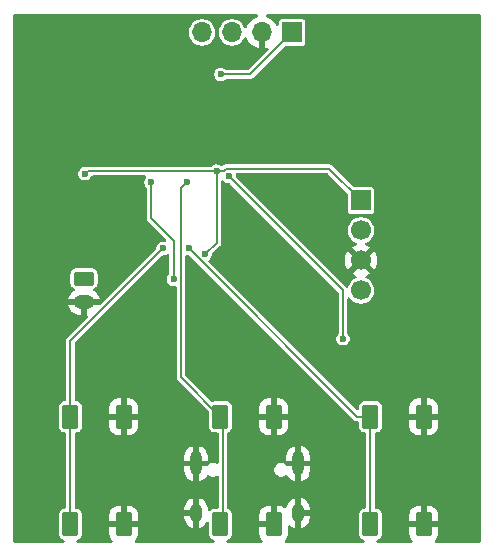
<source format=gbr>
%TF.GenerationSoftware,KiCad,Pcbnew,9.0.3*%
%TF.CreationDate,2025-07-16T11:43:19+02:00*%
%TF.ProjectId,ElbAltm1,456c6241-6c74-46d3-912e-6b696361645f,1.0*%
%TF.SameCoordinates,Original*%
%TF.FileFunction,Copper,L2,Bot*%
%TF.FilePolarity,Positive*%
%FSLAX46Y46*%
G04 Gerber Fmt 4.6, Leading zero omitted, Abs format (unit mm)*
G04 Created by KiCad (PCBNEW 9.0.3) date 2025-07-16 11:43:19*
%MOMM*%
%LPD*%
G01*
G04 APERTURE LIST*
G04 Aperture macros list*
%AMRoundRect*
0 Rectangle with rounded corners*
0 $1 Rounding radius*
0 $2 $3 $4 $5 $6 $7 $8 $9 X,Y pos of 4 corners*
0 Add a 4 corners polygon primitive as box body*
4,1,4,$2,$3,$4,$5,$6,$7,$8,$9,$2,$3,0*
0 Add four circle primitives for the rounded corners*
1,1,$1+$1,$2,$3*
1,1,$1+$1,$4,$5*
1,1,$1+$1,$6,$7*
1,1,$1+$1,$8,$9*
0 Add four rect primitives between the rounded corners*
20,1,$1+$1,$2,$3,$4,$5,0*
20,1,$1+$1,$4,$5,$6,$7,0*
20,1,$1+$1,$6,$7,$8,$9,0*
20,1,$1+$1,$8,$9,$2,$3,0*%
G04 Aperture macros list end*
%TA.AperFunction,ComponentPad*%
%ADD10R,1.700000X1.700000*%
%TD*%
%TA.AperFunction,ComponentPad*%
%ADD11C,1.700000*%
%TD*%
%TA.AperFunction,HeatsinkPad*%
%ADD12O,1.000000X2.100000*%
%TD*%
%TA.AperFunction,HeatsinkPad*%
%ADD13O,1.000000X1.600000*%
%TD*%
%TA.AperFunction,ComponentPad*%
%ADD14RoundRect,0.250000X-0.625000X0.350000X-0.625000X-0.350000X0.625000X-0.350000X0.625000X0.350000X0*%
%TD*%
%TA.AperFunction,ComponentPad*%
%ADD15O,1.750000X1.200000*%
%TD*%
%TA.AperFunction,SMDPad,CuDef*%
%ADD16RoundRect,0.250000X0.450000X-0.800000X0.450000X0.800000X-0.450000X0.800000X-0.450000X-0.800000X0*%
%TD*%
%TA.AperFunction,ComponentPad*%
%ADD17O,1.700000X1.700000*%
%TD*%
%TA.AperFunction,ViaPad*%
%ADD18C,0.600000*%
%TD*%
%TA.AperFunction,Conductor*%
%ADD19C,0.200000*%
%TD*%
G04 APERTURE END LIST*
D10*
%TO.P,J2,1,Pin_1*%
%TO.N,+3V3*%
X159512000Y-93980000D03*
D11*
%TO.P,J2,2,Pin_2*%
%TO.N,SWCLK*%
X159512000Y-96520000D03*
%TO.P,J2,3,Pin_3*%
%TO.N,GND*%
X159512000Y-99060000D03*
%TO.P,J2,4,Pin_4*%
%TO.N,SWDIO*%
X159512000Y-101600000D03*
%TD*%
D12*
%TO.P,J1,S1,SHIELD*%
%TO.N,GND*%
X145540000Y-116250000D03*
D13*
X145540000Y-120430000D03*
D12*
X154180000Y-116250000D03*
D13*
X154180000Y-120430000D03*
%TD*%
D14*
%TO.P,BT1,1,+*%
%TO.N,VBATT*%
X136054000Y-100600000D03*
D15*
%TO.P,BT1,2,-*%
%TO.N,GND*%
X136054000Y-102600000D03*
%TD*%
D16*
%TO.P,SW2,1,1*%
%TO.N,GND*%
X152110000Y-121390000D03*
X152110000Y-112290000D03*
%TO.P,SW2,2,2*%
%TO.N,BUTT2*%
X147610000Y-121390000D03*
X147610000Y-112290000D03*
%TD*%
D10*
%TO.P,U2,1,VCC*%
%TO.N,+3V3*%
X153670000Y-79756000D03*
D17*
%TO.P,U2,2,GND*%
%TO.N,GND*%
X151130000Y-79756000D03*
%TO.P,U2,3,SCK*%
%TO.N,SCL1*%
X148590000Y-79756000D03*
%TO.P,U2,4,SDA*%
%TO.N,SDA1*%
X146050000Y-79756000D03*
%TD*%
D16*
%TO.P,SW3,1,1*%
%TO.N,GND*%
X139410000Y-121390000D03*
X139410000Y-112290000D03*
%TO.P,SW3,2,2*%
%TO.N,BUTT3*%
X134910000Y-121390000D03*
X134910000Y-112290000D03*
%TD*%
%TO.P,SW1,1,1*%
%TO.N,GND*%
X164810000Y-121390000D03*
X164810000Y-112290000D03*
%TO.P,SW1,2,2*%
%TO.N,BUTT1*%
X160310000Y-121390000D03*
X160310000Y-112290000D03*
%TD*%
D18*
%TO.N,GND*%
X151384000Y-100562500D03*
%TO.N,+3V3*%
X146304000Y-98552000D03*
X147279001Y-91491553D03*
X136144000Y-91714000D03*
X147645500Y-83312000D03*
%TO.N,BUTT1*%
X144922000Y-98044000D03*
X160310000Y-121390000D03*
%TO.N,STBATT*%
X141732000Y-92456000D03*
X143642500Y-100650000D03*
%TO.N,BUTT3*%
X134910000Y-121390000D03*
X142748000Y-98044000D03*
%TO.N,BUTT2*%
X144780000Y-92456000D03*
%TO.N,BEEP*%
X157988000Y-105680000D03*
X148336000Y-91948000D03*
%TD*%
D19*
%TO.N,+3V3*%
X153670000Y-79756000D02*
X150114000Y-83312000D01*
X147279001Y-91491553D02*
X147873208Y-91491553D01*
X156830000Y-91298000D02*
X159512000Y-93980000D01*
X147873208Y-91491553D02*
X148066761Y-91298000D01*
X147279001Y-91491553D02*
X147279001Y-97576999D01*
X136366447Y-91491553D02*
X136144000Y-91714000D01*
X150114000Y-83312000D02*
X147645500Y-83312000D01*
X147279001Y-91491553D02*
X136366447Y-91491553D01*
X148066761Y-91298000D02*
X156830000Y-91298000D01*
X147279001Y-97576999D02*
X146304000Y-98552000D01*
%TO.N,BUTT1*%
X160310000Y-112290000D02*
X159168000Y-112290000D01*
X160310000Y-112290000D02*
X160310000Y-121390000D01*
X159168000Y-112290000D02*
X144922000Y-98044000D01*
%TO.N,STBATT*%
X143642500Y-97414500D02*
X141732000Y-95504000D01*
X143642500Y-100650000D02*
X143642500Y-97414500D01*
X141732000Y-95504000D02*
X141732000Y-92456000D01*
%TO.N,BUTT3*%
X134910000Y-112290000D02*
X134910000Y-121390000D01*
X134910000Y-105882000D02*
X142748000Y-98044000D01*
X134910000Y-112290000D02*
X134910000Y-105882000D01*
%TO.N,BUTT2*%
X147610000Y-112290000D02*
X147828000Y-112508000D01*
X147828000Y-112508000D02*
X147828000Y-121172000D01*
X144272000Y-108952000D02*
X144272000Y-92964000D01*
X147828000Y-121172000D02*
X147610000Y-121390000D01*
X147610000Y-112290000D02*
X144272000Y-108952000D01*
X144272000Y-92964000D02*
X144780000Y-92456000D01*
%TO.N,BEEP*%
X157988000Y-101600000D02*
X157988000Y-105680000D01*
X148336000Y-91948000D02*
X157988000Y-101600000D01*
%TD*%
%TA.AperFunction,Conductor*%
%TO.N,GND*%
G36*
X150758913Y-78244185D02*
G01*
X150804668Y-78296989D01*
X150814612Y-78366147D01*
X150785587Y-78429703D01*
X150730192Y-78466431D01*
X150611782Y-78504904D01*
X150422442Y-78601379D01*
X150250540Y-78726272D01*
X150250535Y-78726276D01*
X150100276Y-78876535D01*
X150100272Y-78876540D01*
X149975379Y-79048442D01*
X149878905Y-79237781D01*
X149856395Y-79307059D01*
X149816957Y-79364734D01*
X149752598Y-79391932D01*
X149683752Y-79380017D01*
X149632276Y-79332773D01*
X149627979Y-79325035D01*
X149548337Y-79168729D01*
X149444670Y-79026043D01*
X149319957Y-78901330D01*
X149177270Y-78797662D01*
X149020127Y-78717593D01*
X148852384Y-78663089D01*
X148678190Y-78635500D01*
X148678185Y-78635500D01*
X148501815Y-78635500D01*
X148501810Y-78635500D01*
X148327615Y-78663089D01*
X148159872Y-78717593D01*
X148002729Y-78797662D01*
X147860040Y-78901332D01*
X147735332Y-79026040D01*
X147631662Y-79168729D01*
X147551593Y-79325872D01*
X147497089Y-79493615D01*
X147469500Y-79667809D01*
X147469500Y-79844190D01*
X147497089Y-80018384D01*
X147551593Y-80186127D01*
X147596477Y-80274216D01*
X147631662Y-80343270D01*
X147735330Y-80485957D01*
X147860043Y-80610670D01*
X148002730Y-80714338D01*
X148076975Y-80752167D01*
X148159872Y-80794406D01*
X148159874Y-80794406D01*
X148159877Y-80794408D01*
X148249788Y-80823622D01*
X148327615Y-80848910D01*
X148501810Y-80876500D01*
X148501815Y-80876500D01*
X148678190Y-80876500D01*
X148852384Y-80848910D01*
X149020123Y-80794408D01*
X149177270Y-80714338D01*
X149319957Y-80610670D01*
X149444670Y-80485957D01*
X149548338Y-80343270D01*
X149627979Y-80186965D01*
X149675953Y-80136168D01*
X149743774Y-80119373D01*
X149809909Y-80141910D01*
X149853361Y-80196625D01*
X149856395Y-80204941D01*
X149878904Y-80274216D01*
X149975379Y-80463557D01*
X150100272Y-80635459D01*
X150100276Y-80635464D01*
X150250535Y-80785723D01*
X150250540Y-80785727D01*
X150422442Y-80910620D01*
X150611782Y-81007095D01*
X150813871Y-81072757D01*
X150880000Y-81083231D01*
X150880000Y-80189012D01*
X150937007Y-80221925D01*
X151064174Y-80256000D01*
X151195826Y-80256000D01*
X151322993Y-80221925D01*
X151380000Y-80189012D01*
X151380000Y-81083230D01*
X151446125Y-81072757D01*
X151522467Y-81047953D01*
X151592309Y-81045958D01*
X151652142Y-81082038D01*
X151682970Y-81144739D01*
X151675005Y-81214153D01*
X151648467Y-81253565D01*
X149996852Y-82905181D01*
X149935529Y-82938666D01*
X149909171Y-82941500D01*
X148133171Y-82941500D01*
X148066132Y-82921815D01*
X148045490Y-82905181D01*
X147995797Y-82855488D01*
X147995795Y-82855486D01*
X147930750Y-82817932D01*
X147865706Y-82780378D01*
X147793156Y-82760939D01*
X147720608Y-82741500D01*
X147570392Y-82741500D01*
X147425293Y-82780378D01*
X147295205Y-82855486D01*
X147295202Y-82855488D01*
X147188988Y-82961702D01*
X147188986Y-82961705D01*
X147113878Y-83091793D01*
X147075000Y-83236892D01*
X147075000Y-83387107D01*
X147113878Y-83532206D01*
X147157910Y-83608470D01*
X147188986Y-83662295D01*
X147295205Y-83768514D01*
X147425295Y-83843622D01*
X147570392Y-83882500D01*
X147570394Y-83882500D01*
X147720606Y-83882500D01*
X147720608Y-83882500D01*
X147865705Y-83843622D01*
X147995795Y-83768514D01*
X148045490Y-83718819D01*
X148106813Y-83685334D01*
X148133171Y-83682500D01*
X150162776Y-83682500D01*
X150162778Y-83682500D01*
X150238183Y-83662295D01*
X150257008Y-83657251D01*
X150299250Y-83632862D01*
X150341493Y-83608474D01*
X153037147Y-80912818D01*
X153098470Y-80879334D01*
X153124828Y-80876500D01*
X154546642Y-80876500D01*
X154546643Y-80876499D01*
X154625544Y-80860805D01*
X154715019Y-80801019D01*
X154774805Y-80711544D01*
X154790500Y-80632640D01*
X154790500Y-78879360D01*
X154790500Y-78879357D01*
X154790499Y-78879355D01*
X154774806Y-78800460D01*
X154774805Y-78800459D01*
X154774805Y-78800456D01*
X154725239Y-78726276D01*
X154715019Y-78710980D01*
X154661382Y-78675141D01*
X154625544Y-78651195D01*
X154625542Y-78651194D01*
X154625539Y-78651193D01*
X154546644Y-78635500D01*
X154546640Y-78635500D01*
X152793360Y-78635500D01*
X152793355Y-78635500D01*
X152714460Y-78651193D01*
X152714456Y-78651195D01*
X152624980Y-78710980D01*
X152565195Y-78800456D01*
X152565193Y-78800460D01*
X152549500Y-78879355D01*
X152549500Y-79051798D01*
X152529815Y-79118837D01*
X152477011Y-79164592D01*
X152407853Y-79174536D01*
X152344297Y-79145511D01*
X152315016Y-79108093D01*
X152284624Y-79048447D01*
X152284623Y-79048446D01*
X152159727Y-78876540D01*
X152159723Y-78876535D01*
X152009464Y-78726276D01*
X152009459Y-78726272D01*
X151837557Y-78601379D01*
X151648217Y-78504904D01*
X151529808Y-78466431D01*
X151472132Y-78426994D01*
X151444934Y-78362635D01*
X151456849Y-78293789D01*
X151504093Y-78242313D01*
X151568126Y-78224500D01*
X169555500Y-78224500D01*
X169622539Y-78244185D01*
X169668294Y-78296989D01*
X169679500Y-78348500D01*
X169679500Y-122819500D01*
X169659815Y-122886539D01*
X169607011Y-122932294D01*
X169555500Y-122943500D01*
X165866523Y-122943500D01*
X165799484Y-122923815D01*
X165753729Y-122871011D01*
X165743785Y-122801853D01*
X165772810Y-122738297D01*
X165778842Y-122731819D01*
X165852315Y-122658345D01*
X165944356Y-122509124D01*
X165944358Y-122509119D01*
X165999505Y-122342697D01*
X165999506Y-122342690D01*
X166009999Y-122239986D01*
X166010000Y-122239973D01*
X166010000Y-121640000D01*
X163610001Y-121640000D01*
X163610001Y-122239986D01*
X163620494Y-122342697D01*
X163675641Y-122509119D01*
X163675643Y-122509124D01*
X163767684Y-122658345D01*
X163841158Y-122731819D01*
X163874643Y-122793142D01*
X163869659Y-122862834D01*
X163827787Y-122918767D01*
X163762323Y-122943184D01*
X163753477Y-122943500D01*
X160919431Y-122943500D01*
X160852392Y-122923815D01*
X160806637Y-122871011D01*
X160796693Y-122801853D01*
X160825718Y-122738297D01*
X160877618Y-122704943D01*
X160876999Y-122703373D01*
X160969369Y-122666945D01*
X161017501Y-122647965D01*
X161131510Y-122561510D01*
X161217965Y-122447501D01*
X161270456Y-122314395D01*
X161280500Y-122230754D01*
X161280500Y-120549246D01*
X161279391Y-120540013D01*
X163610000Y-120540013D01*
X163610000Y-121140000D01*
X164560000Y-121140000D01*
X165060000Y-121140000D01*
X166009999Y-121140000D01*
X166009999Y-120540028D01*
X166009998Y-120540013D01*
X165999505Y-120437302D01*
X165944358Y-120270880D01*
X165944356Y-120270875D01*
X165852315Y-120121654D01*
X165728345Y-119997684D01*
X165579124Y-119905643D01*
X165579119Y-119905641D01*
X165412697Y-119850494D01*
X165412690Y-119850493D01*
X165309986Y-119840000D01*
X165060000Y-119840000D01*
X165060000Y-121140000D01*
X164560000Y-121140000D01*
X164560000Y-119840000D01*
X164310029Y-119840000D01*
X164310012Y-119840001D01*
X164207302Y-119850494D01*
X164040880Y-119905641D01*
X164040875Y-119905643D01*
X163891654Y-119997684D01*
X163767684Y-120121654D01*
X163675643Y-120270875D01*
X163675641Y-120270880D01*
X163620494Y-120437302D01*
X163620493Y-120437309D01*
X163610000Y-120540013D01*
X161279391Y-120540013D01*
X161270456Y-120465605D01*
X161217965Y-120332499D01*
X161131510Y-120218490D01*
X161017501Y-120132035D01*
X161017500Y-120132034D01*
X161017498Y-120132033D01*
X160884396Y-120079544D01*
X160853095Y-120075785D01*
X160800754Y-120069500D01*
X160800752Y-120069500D01*
X160800744Y-120069499D01*
X160797082Y-120069280D01*
X160731341Y-120045620D01*
X160688826Y-119990174D01*
X160680500Y-119945502D01*
X160680500Y-113734497D01*
X160700185Y-113667458D01*
X160752989Y-113621703D01*
X160797099Y-113610718D01*
X160800735Y-113610500D01*
X160800754Y-113610500D01*
X160884395Y-113600456D01*
X161017501Y-113547965D01*
X161131510Y-113461510D01*
X161217965Y-113347501D01*
X161270456Y-113214395D01*
X161279391Y-113139986D01*
X163610001Y-113139986D01*
X163620494Y-113242697D01*
X163675641Y-113409119D01*
X163675643Y-113409124D01*
X163767684Y-113558345D01*
X163891654Y-113682315D01*
X164040875Y-113774356D01*
X164040880Y-113774358D01*
X164207302Y-113829505D01*
X164207309Y-113829506D01*
X164310019Y-113839999D01*
X164559999Y-113839999D01*
X165060000Y-113839999D01*
X165309972Y-113839999D01*
X165309986Y-113839998D01*
X165412697Y-113829505D01*
X165579119Y-113774358D01*
X165579124Y-113774356D01*
X165728345Y-113682315D01*
X165852315Y-113558345D01*
X165944356Y-113409124D01*
X165944358Y-113409119D01*
X165999505Y-113242697D01*
X165999506Y-113242690D01*
X166009999Y-113139986D01*
X166010000Y-113139973D01*
X166010000Y-112540000D01*
X165060000Y-112540000D01*
X165060000Y-113839999D01*
X164559999Y-113839999D01*
X164560000Y-113839998D01*
X164560000Y-112540000D01*
X163610001Y-112540000D01*
X163610001Y-113139986D01*
X161279391Y-113139986D01*
X161280500Y-113130754D01*
X161280500Y-111449246D01*
X161279391Y-111440013D01*
X163610000Y-111440013D01*
X163610000Y-112040000D01*
X164560000Y-112040000D01*
X165060000Y-112040000D01*
X166009999Y-112040000D01*
X166009999Y-111440028D01*
X166009998Y-111440013D01*
X165999505Y-111337302D01*
X165944358Y-111170880D01*
X165944356Y-111170875D01*
X165852315Y-111021654D01*
X165728345Y-110897684D01*
X165579124Y-110805643D01*
X165579119Y-110805641D01*
X165412697Y-110750494D01*
X165412690Y-110750493D01*
X165309986Y-110740000D01*
X165060000Y-110740000D01*
X165060000Y-112040000D01*
X164560000Y-112040000D01*
X164560000Y-110740000D01*
X164310029Y-110740000D01*
X164310012Y-110740001D01*
X164207302Y-110750494D01*
X164040880Y-110805641D01*
X164040875Y-110805643D01*
X163891654Y-110897684D01*
X163767684Y-111021654D01*
X163675643Y-111170875D01*
X163675641Y-111170880D01*
X163620494Y-111337302D01*
X163620493Y-111337309D01*
X163610000Y-111440013D01*
X161279391Y-111440013D01*
X161270456Y-111365605D01*
X161217965Y-111232499D01*
X161131510Y-111118490D01*
X161017501Y-111032035D01*
X161017500Y-111032034D01*
X161017498Y-111032033D01*
X160884396Y-110979544D01*
X160870454Y-110977870D01*
X160800754Y-110969500D01*
X159819246Y-110969500D01*
X159759502Y-110976674D01*
X159735603Y-110979544D01*
X159602501Y-111032033D01*
X159602499Y-111032034D01*
X159488490Y-111118490D01*
X159402034Y-111232499D01*
X159402033Y-111232501D01*
X159349544Y-111365603D01*
X159349544Y-111365605D01*
X159339500Y-111449246D01*
X159339500Y-111449249D01*
X159339500Y-111449251D01*
X159339500Y-111638171D01*
X159319815Y-111705210D01*
X159267011Y-111750965D01*
X159197853Y-111760909D01*
X159134297Y-111731884D01*
X159127819Y-111725852D01*
X146613991Y-99212024D01*
X146580506Y-99150701D01*
X146585490Y-99081009D01*
X146627362Y-99025076D01*
X146639667Y-99016958D01*
X146654295Y-99008514D01*
X146760514Y-98902295D01*
X146835622Y-98772205D01*
X146874500Y-98627108D01*
X146874500Y-98556828D01*
X146894185Y-98489789D01*
X146910819Y-98469147D01*
X147178264Y-98201702D01*
X147575475Y-97804491D01*
X147624253Y-97720006D01*
X147649501Y-97625776D01*
X147649501Y-97528221D01*
X147649501Y-92362723D01*
X147669186Y-92295684D01*
X147721990Y-92249929D01*
X147791148Y-92239985D01*
X147854704Y-92269010D01*
X147873938Y-92292306D01*
X147874538Y-92291846D01*
X147879484Y-92298292D01*
X147879486Y-92298295D01*
X147985705Y-92404514D01*
X148115795Y-92479622D01*
X148260892Y-92518500D01*
X148331171Y-92518500D01*
X148398210Y-92538185D01*
X148418852Y-92554819D01*
X157581181Y-101717147D01*
X157614666Y-101778470D01*
X157617500Y-101804828D01*
X157617500Y-105192329D01*
X157597815Y-105259368D01*
X157581181Y-105280010D01*
X157531488Y-105329702D01*
X157531486Y-105329705D01*
X157456378Y-105459793D01*
X157417500Y-105604892D01*
X157417500Y-105755107D01*
X157456378Y-105900206D01*
X157493932Y-105965250D01*
X157531486Y-106030295D01*
X157637705Y-106136514D01*
X157767795Y-106211622D01*
X157912892Y-106250500D01*
X157912894Y-106250500D01*
X158063106Y-106250500D01*
X158063108Y-106250500D01*
X158208205Y-106211622D01*
X158338295Y-106136514D01*
X158444514Y-106030295D01*
X158519622Y-105900205D01*
X158558500Y-105755108D01*
X158558500Y-105604892D01*
X158519622Y-105459795D01*
X158444514Y-105329705D01*
X158394819Y-105280010D01*
X158361334Y-105218687D01*
X158358500Y-105192329D01*
X158358500Y-102300285D01*
X158378185Y-102233246D01*
X158430989Y-102187491D01*
X158500147Y-102177547D01*
X158563703Y-102206572D01*
X158582818Y-102227400D01*
X158635772Y-102300285D01*
X158657330Y-102329957D01*
X158782043Y-102454670D01*
X158924730Y-102558338D01*
X158998975Y-102596167D01*
X159081872Y-102638406D01*
X159081874Y-102638406D01*
X159081877Y-102638408D01*
X159171788Y-102667622D01*
X159249615Y-102692910D01*
X159423810Y-102720500D01*
X159423815Y-102720500D01*
X159600190Y-102720500D01*
X159774384Y-102692910D01*
X159942123Y-102638408D01*
X160099270Y-102558338D01*
X160241957Y-102454670D01*
X160366670Y-102329957D01*
X160470338Y-102187270D01*
X160550408Y-102030123D01*
X160604910Y-101862384D01*
X160614026Y-101804828D01*
X160632500Y-101688190D01*
X160632500Y-101511809D01*
X160604910Y-101337615D01*
X160566856Y-101220499D01*
X160550408Y-101169877D01*
X160550406Y-101169874D01*
X160550406Y-101169872D01*
X160470337Y-101012729D01*
X160461303Y-101000295D01*
X160366670Y-100870043D01*
X160241957Y-100745330D01*
X160099270Y-100641662D01*
X159942964Y-100562020D01*
X159892168Y-100514045D01*
X159875373Y-100446224D01*
X159897910Y-100380089D01*
X159952626Y-100336638D01*
X159960942Y-100333604D01*
X160030215Y-100311096D01*
X160219554Y-100214622D01*
X160273716Y-100175270D01*
X160273717Y-100175270D01*
X159641408Y-99542962D01*
X159704993Y-99525925D01*
X159819007Y-99460099D01*
X159912099Y-99367007D01*
X159977925Y-99252993D01*
X159994962Y-99189409D01*
X160627270Y-99821717D01*
X160627270Y-99821716D01*
X160666622Y-99767554D01*
X160763095Y-99578217D01*
X160828757Y-99376130D01*
X160828757Y-99376127D01*
X160862000Y-99166246D01*
X160862000Y-98953753D01*
X160828757Y-98743872D01*
X160828757Y-98743869D01*
X160763095Y-98541782D01*
X160666624Y-98352449D01*
X160627270Y-98298282D01*
X160627269Y-98298282D01*
X159994962Y-98930590D01*
X159977925Y-98867007D01*
X159912099Y-98752993D01*
X159819007Y-98659901D01*
X159704993Y-98594075D01*
X159641409Y-98577037D01*
X160273716Y-97944728D01*
X160219550Y-97905375D01*
X160030216Y-97808904D01*
X159960941Y-97786395D01*
X159903265Y-97746957D01*
X159876067Y-97682599D01*
X159887982Y-97613752D01*
X159935226Y-97562277D01*
X159942965Y-97557979D01*
X160099268Y-97478339D01*
X160099267Y-97478339D01*
X160099270Y-97478338D01*
X160241957Y-97374670D01*
X160366670Y-97249957D01*
X160470338Y-97107270D01*
X160550408Y-96950123D01*
X160604910Y-96782384D01*
X160632500Y-96608190D01*
X160632500Y-96431809D01*
X160604910Y-96257615D01*
X160550406Y-96089872D01*
X160470337Y-95932729D01*
X160366670Y-95790043D01*
X160241957Y-95665330D01*
X160099270Y-95561662D01*
X160081834Y-95552778D01*
X159942127Y-95481593D01*
X159774384Y-95427089D01*
X159600190Y-95399500D01*
X159600185Y-95399500D01*
X159423815Y-95399500D01*
X159423810Y-95399500D01*
X159249615Y-95427089D01*
X159081872Y-95481593D01*
X158924729Y-95561662D01*
X158782040Y-95665332D01*
X158657332Y-95790040D01*
X158553662Y-95932729D01*
X158473593Y-96089872D01*
X158419089Y-96257615D01*
X158391500Y-96431809D01*
X158391500Y-96608190D01*
X158419089Y-96782384D01*
X158473593Y-96950127D01*
X158553662Y-97107270D01*
X158657330Y-97249957D01*
X158782043Y-97374670D01*
X158924730Y-97478338D01*
X159058726Y-97546612D01*
X159081035Y-97557979D01*
X159131831Y-97605953D01*
X159148626Y-97673774D01*
X159126089Y-97739909D01*
X159071374Y-97783361D01*
X159063059Y-97786395D01*
X158993781Y-97808905D01*
X158804439Y-97905380D01*
X158750282Y-97944727D01*
X158750282Y-97944728D01*
X159382591Y-98577037D01*
X159319007Y-98594075D01*
X159204993Y-98659901D01*
X159111901Y-98752993D01*
X159046075Y-98867007D01*
X159029037Y-98930591D01*
X158396728Y-98298282D01*
X158396727Y-98298282D01*
X158357380Y-98352439D01*
X158260904Y-98541782D01*
X158195242Y-98743869D01*
X158195242Y-98743872D01*
X158162000Y-98953753D01*
X158162000Y-99166246D01*
X158195242Y-99376127D01*
X158195242Y-99376130D01*
X158260904Y-99578217D01*
X158357375Y-99767550D01*
X158396728Y-99821716D01*
X159029037Y-99189408D01*
X159046075Y-99252993D01*
X159111901Y-99367007D01*
X159204993Y-99460099D01*
X159319007Y-99525925D01*
X159382590Y-99542962D01*
X158750282Y-100175269D01*
X158750282Y-100175270D01*
X158804449Y-100214624D01*
X158993784Y-100311096D01*
X159063057Y-100333604D01*
X159120733Y-100373041D01*
X159147932Y-100437399D01*
X159136018Y-100506246D01*
X159088774Y-100557722D01*
X159081035Y-100562020D01*
X158924729Y-100641662D01*
X158782040Y-100745332D01*
X158657332Y-100870040D01*
X158553662Y-101012729D01*
X158473594Y-101169871D01*
X158440049Y-101273110D01*
X158400610Y-101330785D01*
X158336251Y-101357982D01*
X158267405Y-101346067D01*
X158234437Y-101322471D01*
X153694350Y-96782384D01*
X148942819Y-92030852D01*
X148931362Y-92009871D01*
X148916242Y-91991350D01*
X148913297Y-91976787D01*
X148909334Y-91969529D01*
X148907297Y-91957208D01*
X148906500Y-91950212D01*
X148906500Y-91872892D01*
X148891172Y-91815689D01*
X148890130Y-91806537D01*
X148894599Y-91780829D01*
X148895221Y-91754744D01*
X148900488Y-91746960D01*
X148902099Y-91737700D01*
X148919759Y-91718487D01*
X148934384Y-91696881D01*
X148943023Y-91693181D01*
X148949384Y-91686262D01*
X148974626Y-91679648D01*
X148998612Y-91669377D01*
X149013333Y-91668500D01*
X156625171Y-91668500D01*
X156692210Y-91688185D01*
X156712852Y-91704819D01*
X158355181Y-93347147D01*
X158388666Y-93408470D01*
X158391500Y-93434828D01*
X158391500Y-94856644D01*
X158407193Y-94935539D01*
X158407194Y-94935542D01*
X158407195Y-94935544D01*
X158431141Y-94971382D01*
X158466980Y-95025019D01*
X158502819Y-95048965D01*
X158556456Y-95084805D01*
X158556459Y-95084805D01*
X158556460Y-95084806D01*
X158635355Y-95100499D01*
X158635358Y-95100500D01*
X158635360Y-95100500D01*
X160388642Y-95100500D01*
X160388643Y-95100499D01*
X160467544Y-95084805D01*
X160557019Y-95025019D01*
X160616805Y-94935544D01*
X160632500Y-94856640D01*
X160632500Y-93103360D01*
X160632500Y-93103357D01*
X160632499Y-93103355D01*
X160616806Y-93024460D01*
X160616805Y-93024459D01*
X160616805Y-93024456D01*
X160562826Y-92943671D01*
X160557019Y-92934980D01*
X160503382Y-92899141D01*
X160467544Y-92875195D01*
X160467542Y-92875194D01*
X160467539Y-92875193D01*
X160388644Y-92859500D01*
X160388640Y-92859500D01*
X158966828Y-92859500D01*
X158899789Y-92839815D01*
X158879147Y-92823181D01*
X157984443Y-91928477D01*
X157057493Y-91001526D01*
X157042751Y-90993015D01*
X157015251Y-90977137D01*
X157015250Y-90977137D01*
X156973008Y-90952749D01*
X156973003Y-90952747D01*
X156925894Y-90940123D01*
X156925894Y-90940124D01*
X156878779Y-90927500D01*
X156878778Y-90927500D01*
X156878777Y-90927500D01*
X148115538Y-90927500D01*
X148017983Y-90927500D01*
X147923753Y-90952749D01*
X147923751Y-90952749D01*
X147923751Y-90952750D01*
X147839269Y-91001526D01*
X147839266Y-91001528D01*
X147805207Y-91035588D01*
X147743884Y-91069073D01*
X147674192Y-91064089D01*
X147636054Y-91039578D01*
X147635742Y-91039986D01*
X147630864Y-91036243D01*
X147629845Y-91035588D01*
X147629298Y-91035041D01*
X147629296Y-91035039D01*
X147564251Y-90997485D01*
X147499207Y-90959931D01*
X147425280Y-90940123D01*
X147354109Y-90921053D01*
X147203893Y-90921053D01*
X147058794Y-90959931D01*
X146928706Y-91035039D01*
X146928703Y-91035041D01*
X146879011Y-91084734D01*
X146817688Y-91118219D01*
X146791330Y-91121053D01*
X136317665Y-91121053D01*
X136259010Y-91136769D01*
X136249658Y-91139275D01*
X136217568Y-91143500D01*
X136068892Y-91143500D01*
X135923793Y-91182378D01*
X135793705Y-91257486D01*
X135793702Y-91257488D01*
X135687488Y-91363702D01*
X135687486Y-91363705D01*
X135612378Y-91493793D01*
X135573500Y-91638892D01*
X135573500Y-91789107D01*
X135612378Y-91934206D01*
X135625659Y-91957208D01*
X135687486Y-92064295D01*
X135793705Y-92170514D01*
X135923795Y-92245622D01*
X136068892Y-92284500D01*
X136068894Y-92284500D01*
X136219106Y-92284500D01*
X136219108Y-92284500D01*
X136364205Y-92245622D01*
X136494295Y-92170514D01*
X136600514Y-92064295D01*
X136675622Y-91934205D01*
X136675622Y-91934204D01*
X136679686Y-91927166D01*
X136681958Y-91928477D01*
X136717647Y-91884194D01*
X136783942Y-91862132D01*
X136788363Y-91862053D01*
X141219776Y-91862053D01*
X141286815Y-91881738D01*
X141332570Y-91934542D01*
X141342514Y-92003700D01*
X141313489Y-92067256D01*
X141307457Y-92073734D01*
X141275488Y-92105702D01*
X141275486Y-92105705D01*
X141200378Y-92235793D01*
X141161500Y-92380892D01*
X141161500Y-92531107D01*
X141200378Y-92676206D01*
X141235192Y-92736504D01*
X141275486Y-92806295D01*
X141275488Y-92806297D01*
X141325181Y-92855990D01*
X141358666Y-92917313D01*
X141361500Y-92943671D01*
X141361500Y-95552779D01*
X141374123Y-95599891D01*
X141386747Y-95647003D01*
X141386749Y-95647008D01*
X141411137Y-95689250D01*
X141435526Y-95731493D01*
X141435528Y-95731495D01*
X142980031Y-97275998D01*
X143013516Y-97337321D01*
X143008532Y-97407013D01*
X142966660Y-97462946D01*
X142901196Y-97487363D01*
X142860258Y-97483454D01*
X142823109Y-97473500D01*
X142823108Y-97473500D01*
X142672892Y-97473500D01*
X142527793Y-97512378D01*
X142397705Y-97587486D01*
X142397702Y-97587488D01*
X142291488Y-97693702D01*
X142291486Y-97693705D01*
X142216378Y-97823793D01*
X142177500Y-97968892D01*
X142177500Y-98039170D01*
X142157815Y-98106209D01*
X142141181Y-98126851D01*
X137454351Y-102813681D01*
X137393028Y-102847166D01*
X137366670Y-102850000D01*
X136334330Y-102850000D01*
X136354075Y-102830255D01*
X136403444Y-102744745D01*
X136429000Y-102649370D01*
X136429000Y-102550630D01*
X136403444Y-102455255D01*
X136354075Y-102369745D01*
X136334330Y-102350000D01*
X137403115Y-102350000D01*
X137403115Y-102349999D01*
X137401914Y-102342415D01*
X137348408Y-102177744D01*
X137269804Y-102023475D01*
X137168032Y-101883397D01*
X137045602Y-101760967D01*
X136905521Y-101659193D01*
X136886232Y-101649365D01*
X136835436Y-101601390D01*
X136818642Y-101533569D01*
X136841180Y-101467434D01*
X136895896Y-101423983D01*
X136896915Y-101423575D01*
X136936501Y-101407965D01*
X137050510Y-101321510D01*
X137136965Y-101207501D01*
X137189456Y-101074395D01*
X137199500Y-100990754D01*
X137199500Y-100209246D01*
X137189456Y-100125605D01*
X137136965Y-99992499D01*
X137050510Y-99878490D01*
X136936501Y-99792035D01*
X136936500Y-99792034D01*
X136936498Y-99792033D01*
X136803396Y-99739544D01*
X136789454Y-99737870D01*
X136719754Y-99729500D01*
X135388246Y-99729500D01*
X135328502Y-99736674D01*
X135304603Y-99739544D01*
X135171501Y-99792033D01*
X135171499Y-99792034D01*
X135057490Y-99878490D01*
X134971034Y-99992499D01*
X134971033Y-99992501D01*
X134918544Y-100125603D01*
X134918544Y-100125605D01*
X134908500Y-100209246D01*
X134908500Y-100990754D01*
X134911139Y-101012729D01*
X134918544Y-101074396D01*
X134971033Y-101207498D01*
X134971034Y-101207500D01*
X134980892Y-101220500D01*
X135057490Y-101321510D01*
X135171499Y-101407965D01*
X135210961Y-101423527D01*
X135266104Y-101466431D01*
X135289298Y-101532339D01*
X135273178Y-101600323D01*
X135222862Y-101648801D01*
X135221769Y-101649364D01*
X135202478Y-101659193D01*
X135062397Y-101760967D01*
X134939967Y-101883397D01*
X134838195Y-102023475D01*
X134759591Y-102177744D01*
X134706085Y-102342415D01*
X134704884Y-102349999D01*
X134704885Y-102350000D01*
X135773670Y-102350000D01*
X135753925Y-102369745D01*
X135704556Y-102455255D01*
X135679000Y-102550630D01*
X135679000Y-102649370D01*
X135704556Y-102744745D01*
X135753925Y-102830255D01*
X135773670Y-102850000D01*
X134704885Y-102850000D01*
X134706085Y-102857584D01*
X134759591Y-103022255D01*
X134838195Y-103176524D01*
X134939967Y-103316602D01*
X135062397Y-103439032D01*
X135202475Y-103540804D01*
X135356742Y-103619408D01*
X135521415Y-103672914D01*
X135692429Y-103700000D01*
X135804000Y-103700000D01*
X135804000Y-102880330D01*
X135823745Y-102900075D01*
X135909255Y-102949444D01*
X136004630Y-102975000D01*
X136103370Y-102975000D01*
X136198745Y-102949444D01*
X136284255Y-102900075D01*
X136304000Y-102880330D01*
X136304000Y-103700000D01*
X136318686Y-103714686D01*
X136335709Y-103719685D01*
X136381464Y-103772489D01*
X136391408Y-103841647D01*
X136362383Y-103905203D01*
X136356351Y-103911681D01*
X134613528Y-105654504D01*
X134613524Y-105654510D01*
X134589137Y-105696748D01*
X134589138Y-105696749D01*
X134564749Y-105738991D01*
X134564749Y-105738992D01*
X134539500Y-105833223D01*
X134539500Y-110845502D01*
X134519815Y-110912541D01*
X134467011Y-110958296D01*
X134422918Y-110969280D01*
X134419255Y-110969499D01*
X134419247Y-110969500D01*
X134419246Y-110969500D01*
X134398204Y-110972026D01*
X134335603Y-110979544D01*
X134202501Y-111032033D01*
X134202499Y-111032034D01*
X134088490Y-111118490D01*
X134002034Y-111232499D01*
X134002033Y-111232501D01*
X133949544Y-111365603D01*
X133949544Y-111365605D01*
X133939500Y-111449246D01*
X133939500Y-113130754D01*
X133940609Y-113139986D01*
X133949544Y-113214396D01*
X134002033Y-113347498D01*
X134002034Y-113347500D01*
X134002035Y-113347501D01*
X134088490Y-113461510D01*
X134202496Y-113547963D01*
X134202499Y-113547965D01*
X134202501Y-113547966D01*
X134269052Y-113574210D01*
X134335605Y-113600456D01*
X134419246Y-113610500D01*
X134419264Y-113610500D01*
X134422901Y-113610718D01*
X134488646Y-113634369D01*
X134531168Y-113689809D01*
X134539500Y-113734497D01*
X134539500Y-119945502D01*
X134519815Y-120012541D01*
X134467011Y-120058296D01*
X134422918Y-120069280D01*
X134419255Y-120069499D01*
X134419247Y-120069500D01*
X134419246Y-120069500D01*
X134398204Y-120072026D01*
X134335603Y-120079544D01*
X134202501Y-120132033D01*
X134202499Y-120132034D01*
X134088490Y-120218490D01*
X134002034Y-120332499D01*
X134002033Y-120332501D01*
X133949544Y-120465603D01*
X133949544Y-120465605D01*
X133939500Y-120549246D01*
X133939500Y-122230754D01*
X133940609Y-122239986D01*
X133949544Y-122314396D01*
X134002033Y-122447498D01*
X134002034Y-122447500D01*
X134002035Y-122447501D01*
X134088490Y-122561510D01*
X134202499Y-122647965D01*
X134202501Y-122647966D01*
X134343001Y-122703373D01*
X134342036Y-122705819D01*
X134391129Y-122734795D01*
X134422548Y-122797202D01*
X134415239Y-122866688D01*
X134371524Y-122921193D01*
X134305281Y-122943410D01*
X134300569Y-122943500D01*
X130164500Y-122943500D01*
X130097461Y-122923815D01*
X130051706Y-122871011D01*
X130040500Y-122819500D01*
X130040500Y-79667809D01*
X144929500Y-79667809D01*
X144929500Y-79844190D01*
X144957089Y-80018384D01*
X145011593Y-80186127D01*
X145056477Y-80274216D01*
X145091662Y-80343270D01*
X145195330Y-80485957D01*
X145320043Y-80610670D01*
X145462730Y-80714338D01*
X145536975Y-80752167D01*
X145619872Y-80794406D01*
X145619874Y-80794406D01*
X145619877Y-80794408D01*
X145709788Y-80823622D01*
X145787615Y-80848910D01*
X145961810Y-80876500D01*
X145961815Y-80876500D01*
X146138190Y-80876500D01*
X146312384Y-80848910D01*
X146480123Y-80794408D01*
X146637270Y-80714338D01*
X146779957Y-80610670D01*
X146904670Y-80485957D01*
X147008338Y-80343270D01*
X147088408Y-80186123D01*
X147142910Y-80018384D01*
X147170500Y-79844190D01*
X147170500Y-79667809D01*
X147142910Y-79493615D01*
X147098163Y-79355901D01*
X147088408Y-79325877D01*
X147088406Y-79325874D01*
X147088406Y-79325872D01*
X147008337Y-79168729D01*
X146904670Y-79026043D01*
X146779957Y-78901330D01*
X146637270Y-78797662D01*
X146480127Y-78717593D01*
X146312384Y-78663089D01*
X146138190Y-78635500D01*
X146138185Y-78635500D01*
X145961815Y-78635500D01*
X145961810Y-78635500D01*
X145787615Y-78663089D01*
X145619872Y-78717593D01*
X145462729Y-78797662D01*
X145320040Y-78901332D01*
X145195332Y-79026040D01*
X145091662Y-79168729D01*
X145011593Y-79325872D01*
X144957089Y-79493615D01*
X144929500Y-79667809D01*
X130040500Y-79667809D01*
X130040500Y-78348500D01*
X130060185Y-78281461D01*
X130112989Y-78235706D01*
X130164500Y-78224500D01*
X150691874Y-78224500D01*
X150758913Y-78244185D01*
G37*
%TD.AperFunction*%
%TA.AperFunction,Conductor*%
G36*
X143219926Y-98513991D02*
G01*
X143263117Y-98568912D01*
X143272000Y-98614999D01*
X143272000Y-100162329D01*
X143252315Y-100229368D01*
X143235681Y-100250010D01*
X143185988Y-100299702D01*
X143185986Y-100299705D01*
X143110878Y-100429793D01*
X143076601Y-100557722D01*
X143072000Y-100574892D01*
X143072000Y-100725108D01*
X143077419Y-100745332D01*
X143110878Y-100870206D01*
X143148432Y-100935250D01*
X143185986Y-101000295D01*
X143292205Y-101106514D01*
X143422295Y-101181622D01*
X143567392Y-101220500D01*
X143567394Y-101220500D01*
X143717606Y-101220500D01*
X143717608Y-101220500D01*
X143745408Y-101213051D01*
X143815257Y-101214714D01*
X143873119Y-101253877D01*
X143900623Y-101318105D01*
X143901500Y-101332826D01*
X143901500Y-109000777D01*
X143926749Y-109095008D01*
X143951137Y-109137250D01*
X143975526Y-109179493D01*
X143975527Y-109179494D01*
X143975528Y-109179495D01*
X146603181Y-111807147D01*
X146636666Y-111868470D01*
X146639500Y-111894828D01*
X146639500Y-113130754D01*
X146640609Y-113139986D01*
X146649544Y-113214396D01*
X146702033Y-113347498D01*
X146702034Y-113347500D01*
X146702035Y-113347501D01*
X146788490Y-113461510D01*
X146902496Y-113547963D01*
X146902499Y-113547965D01*
X146902501Y-113547966D01*
X146969052Y-113574210D01*
X147035605Y-113600456D01*
X147119246Y-113610500D01*
X147333500Y-113610500D01*
X147400539Y-113630185D01*
X147446294Y-113682989D01*
X147457500Y-113734500D01*
X147457500Y-116182153D01*
X147437815Y-116249192D01*
X147385011Y-116294947D01*
X147315853Y-116304891D01*
X147271500Y-116289540D01*
X147192138Y-116243720D01*
X147192135Y-116243719D01*
X147045766Y-116204500D01*
X146894234Y-116204500D01*
X146747863Y-116243719D01*
X146616635Y-116319485D01*
X146616632Y-116319487D01*
X146509486Y-116426633D01*
X146509482Y-116426638D01*
X146502923Y-116438000D01*
X146452356Y-116486216D01*
X146395536Y-116500000D01*
X145840000Y-116500000D01*
X145840000Y-116000000D01*
X146540000Y-116000000D01*
X146540000Y-115601508D01*
X146539999Y-115601504D01*
X146501572Y-115408318D01*
X146501569Y-115408306D01*
X146426192Y-115226328D01*
X146426185Y-115226315D01*
X146316751Y-115062537D01*
X146316748Y-115062533D01*
X146177466Y-114923251D01*
X146177462Y-114923248D01*
X146013684Y-114813814D01*
X146013671Y-114813807D01*
X145831691Y-114738429D01*
X145831683Y-114738427D01*
X145790000Y-114730135D01*
X145790000Y-115533011D01*
X145780060Y-115515795D01*
X145724205Y-115459940D01*
X145655796Y-115420444D01*
X145579496Y-115400000D01*
X145500504Y-115400000D01*
X145424204Y-115420444D01*
X145355795Y-115459940D01*
X145299940Y-115515795D01*
X145290000Y-115533011D01*
X145290000Y-114730136D01*
X145289999Y-114730135D01*
X145248316Y-114738427D01*
X145248308Y-114738429D01*
X145066328Y-114813807D01*
X145066315Y-114813814D01*
X144902537Y-114923248D01*
X144902533Y-114923251D01*
X144763251Y-115062533D01*
X144763248Y-115062537D01*
X144653814Y-115226315D01*
X144653807Y-115226328D01*
X144578430Y-115408306D01*
X144578427Y-115408318D01*
X144540000Y-115601504D01*
X144540000Y-116000000D01*
X145240000Y-116000000D01*
X145240000Y-116500000D01*
X144540000Y-116500000D01*
X144540000Y-116898495D01*
X144578427Y-117091681D01*
X144578430Y-117091693D01*
X144653807Y-117273671D01*
X144653814Y-117273684D01*
X144763248Y-117437462D01*
X144763251Y-117437466D01*
X144902533Y-117576748D01*
X144902537Y-117576751D01*
X145066315Y-117686185D01*
X145066328Y-117686192D01*
X145248308Y-117761569D01*
X145290000Y-117769862D01*
X145290000Y-116966988D01*
X145299940Y-116984205D01*
X145355795Y-117040060D01*
X145424204Y-117079556D01*
X145500504Y-117100000D01*
X145579496Y-117100000D01*
X145655796Y-117079556D01*
X145724205Y-117040060D01*
X145780060Y-116984205D01*
X145790000Y-116966988D01*
X145790000Y-117769862D01*
X145831690Y-117761569D01*
X145831692Y-117761569D01*
X146013671Y-117686192D01*
X146013684Y-117686185D01*
X146177462Y-117576751D01*
X146177466Y-117576748D01*
X146316748Y-117437466D01*
X146316751Y-117437462D01*
X146429574Y-117268613D01*
X146431007Y-117269570D01*
X146474198Y-117225580D01*
X146542332Y-117210103D01*
X146608018Y-117233919D01*
X146610089Y-117235697D01*
X146610189Y-117235568D01*
X146616630Y-117240510D01*
X146616635Y-117240515D01*
X146747865Y-117316281D01*
X146894234Y-117355500D01*
X146894236Y-117355500D01*
X147045764Y-117355500D01*
X147045766Y-117355500D01*
X147192135Y-117316281D01*
X147271501Y-117270458D01*
X147339399Y-117253986D01*
X147405426Y-117276838D01*
X147448617Y-117331759D01*
X147457500Y-117377846D01*
X147457500Y-119945500D01*
X147437815Y-120012539D01*
X147385011Y-120058294D01*
X147333500Y-120069500D01*
X147119246Y-120069500D01*
X147059502Y-120076674D01*
X147035603Y-120079544D01*
X146902501Y-120132033D01*
X146902499Y-120132034D01*
X146788489Y-120218490D01*
X146762803Y-120252363D01*
X146706611Y-120293886D01*
X146636890Y-120298437D01*
X146575776Y-120264572D01*
X146542672Y-120203042D01*
X146540000Y-120177437D01*
X146540000Y-120031508D01*
X146539999Y-120031504D01*
X146501572Y-119838318D01*
X146501569Y-119838306D01*
X146426192Y-119656328D01*
X146426185Y-119656315D01*
X146316751Y-119492537D01*
X146316748Y-119492533D01*
X146177466Y-119353251D01*
X146177462Y-119353248D01*
X146013684Y-119243814D01*
X146013671Y-119243807D01*
X145831691Y-119168429D01*
X145831683Y-119168427D01*
X145790000Y-119160135D01*
X145790000Y-119963011D01*
X145780060Y-119945795D01*
X145724205Y-119889940D01*
X145655796Y-119850444D01*
X145579496Y-119830000D01*
X145500504Y-119830000D01*
X145424204Y-119850444D01*
X145355795Y-119889940D01*
X145299940Y-119945795D01*
X145290000Y-119963011D01*
X145290000Y-119160136D01*
X145289999Y-119160135D01*
X145248316Y-119168427D01*
X145248308Y-119168429D01*
X145066328Y-119243807D01*
X145066315Y-119243814D01*
X144902537Y-119353248D01*
X144902533Y-119353251D01*
X144763251Y-119492533D01*
X144763248Y-119492537D01*
X144653814Y-119656315D01*
X144653807Y-119656328D01*
X144578430Y-119838306D01*
X144578427Y-119838318D01*
X144540000Y-120031504D01*
X144540000Y-120180000D01*
X145240000Y-120180000D01*
X145240000Y-120680000D01*
X144540000Y-120680000D01*
X144540000Y-120828495D01*
X144578427Y-121021681D01*
X144578430Y-121021693D01*
X144653807Y-121203671D01*
X144653814Y-121203684D01*
X144763248Y-121367462D01*
X144763251Y-121367466D01*
X144902533Y-121506748D01*
X144902537Y-121506751D01*
X145066315Y-121616185D01*
X145066328Y-121616192D01*
X145248308Y-121691569D01*
X145290000Y-121699862D01*
X145290000Y-120896988D01*
X145299940Y-120914205D01*
X145355795Y-120970060D01*
X145424204Y-121009556D01*
X145500504Y-121030000D01*
X145579496Y-121030000D01*
X145655796Y-121009556D01*
X145724205Y-120970060D01*
X145780060Y-120914205D01*
X145790000Y-120896988D01*
X145790000Y-121699862D01*
X145831690Y-121691569D01*
X145831692Y-121691569D01*
X146013671Y-121616192D01*
X146013684Y-121616185D01*
X146177462Y-121506751D01*
X146177466Y-121506748D01*
X146316748Y-121367466D01*
X146316751Y-121367462D01*
X146412398Y-121224318D01*
X146466010Y-121179513D01*
X146535335Y-121170806D01*
X146598363Y-121200960D01*
X146635082Y-121260403D01*
X146639500Y-121293209D01*
X146639500Y-122230754D01*
X146640609Y-122239986D01*
X146649544Y-122314396D01*
X146702033Y-122447498D01*
X146702034Y-122447500D01*
X146702035Y-122447501D01*
X146788490Y-122561510D01*
X146902499Y-122647965D01*
X146902501Y-122647966D01*
X147043001Y-122703373D01*
X147042036Y-122705819D01*
X147091129Y-122734795D01*
X147122548Y-122797202D01*
X147115239Y-122866688D01*
X147071524Y-122921193D01*
X147005281Y-122943410D01*
X147000569Y-122943500D01*
X140466523Y-122943500D01*
X140399484Y-122923815D01*
X140353729Y-122871011D01*
X140343785Y-122801853D01*
X140372810Y-122738297D01*
X140378842Y-122731819D01*
X140452315Y-122658345D01*
X140544356Y-122509124D01*
X140544358Y-122509119D01*
X140599505Y-122342697D01*
X140599506Y-122342690D01*
X140609999Y-122239986D01*
X140610000Y-122239973D01*
X140610000Y-121640000D01*
X138210001Y-121640000D01*
X138210001Y-122239986D01*
X138220494Y-122342697D01*
X138275641Y-122509119D01*
X138275643Y-122509124D01*
X138367684Y-122658345D01*
X138441158Y-122731819D01*
X138474643Y-122793142D01*
X138469659Y-122862834D01*
X138427787Y-122918767D01*
X138362323Y-122943184D01*
X138353477Y-122943500D01*
X135519431Y-122943500D01*
X135452392Y-122923815D01*
X135406637Y-122871011D01*
X135396693Y-122801853D01*
X135425718Y-122738297D01*
X135477618Y-122704943D01*
X135476999Y-122703373D01*
X135569369Y-122666945D01*
X135617501Y-122647965D01*
X135731510Y-122561510D01*
X135817965Y-122447501D01*
X135870456Y-122314395D01*
X135880500Y-122230754D01*
X135880500Y-120549246D01*
X135879391Y-120540013D01*
X138210000Y-120540013D01*
X138210000Y-121140000D01*
X139160000Y-121140000D01*
X139660000Y-121140000D01*
X140609999Y-121140000D01*
X140609999Y-120540028D01*
X140609998Y-120540013D01*
X140599505Y-120437302D01*
X140544358Y-120270880D01*
X140544356Y-120270875D01*
X140452315Y-120121654D01*
X140328345Y-119997684D01*
X140179124Y-119905643D01*
X140179119Y-119905641D01*
X140012697Y-119850494D01*
X140012690Y-119850493D01*
X139909986Y-119840000D01*
X139660000Y-119840000D01*
X139660000Y-121140000D01*
X139160000Y-121140000D01*
X139160000Y-119840000D01*
X138910029Y-119840000D01*
X138910012Y-119840001D01*
X138807302Y-119850494D01*
X138640880Y-119905641D01*
X138640875Y-119905643D01*
X138491654Y-119997684D01*
X138367684Y-120121654D01*
X138275643Y-120270875D01*
X138275641Y-120270880D01*
X138220494Y-120437302D01*
X138220493Y-120437309D01*
X138210000Y-120540013D01*
X135879391Y-120540013D01*
X135870456Y-120465605D01*
X135817965Y-120332499D01*
X135731510Y-120218490D01*
X135617501Y-120132035D01*
X135617500Y-120132034D01*
X135617498Y-120132033D01*
X135484396Y-120079544D01*
X135453095Y-120075785D01*
X135400754Y-120069500D01*
X135400752Y-120069500D01*
X135400744Y-120069499D01*
X135397082Y-120069280D01*
X135331341Y-120045620D01*
X135288826Y-119990174D01*
X135280500Y-119945502D01*
X135280500Y-113734497D01*
X135300185Y-113667458D01*
X135352989Y-113621703D01*
X135397099Y-113610718D01*
X135400735Y-113610500D01*
X135400754Y-113610500D01*
X135484395Y-113600456D01*
X135617501Y-113547965D01*
X135731510Y-113461510D01*
X135817965Y-113347501D01*
X135870456Y-113214395D01*
X135879391Y-113139986D01*
X138210001Y-113139986D01*
X138220494Y-113242697D01*
X138275641Y-113409119D01*
X138275643Y-113409124D01*
X138367684Y-113558345D01*
X138491654Y-113682315D01*
X138640875Y-113774356D01*
X138640880Y-113774358D01*
X138807302Y-113829505D01*
X138807309Y-113829506D01*
X138910019Y-113839999D01*
X139159999Y-113839999D01*
X139660000Y-113839999D01*
X139909972Y-113839999D01*
X139909986Y-113839998D01*
X140012697Y-113829505D01*
X140179119Y-113774358D01*
X140179124Y-113774356D01*
X140328345Y-113682315D01*
X140452315Y-113558345D01*
X140544356Y-113409124D01*
X140544358Y-113409119D01*
X140599505Y-113242697D01*
X140599506Y-113242690D01*
X140609999Y-113139986D01*
X140610000Y-113139973D01*
X140610000Y-112540000D01*
X139660000Y-112540000D01*
X139660000Y-113839999D01*
X139159999Y-113839999D01*
X139160000Y-113839998D01*
X139160000Y-112540000D01*
X138210001Y-112540000D01*
X138210001Y-113139986D01*
X135879391Y-113139986D01*
X135880500Y-113130754D01*
X135880500Y-111449246D01*
X135879391Y-111440013D01*
X138210000Y-111440013D01*
X138210000Y-112040000D01*
X139160000Y-112040000D01*
X139660000Y-112040000D01*
X140609999Y-112040000D01*
X140609999Y-111440028D01*
X140609998Y-111440013D01*
X140599505Y-111337302D01*
X140544358Y-111170880D01*
X140544356Y-111170875D01*
X140452315Y-111021654D01*
X140328345Y-110897684D01*
X140179124Y-110805643D01*
X140179119Y-110805641D01*
X140012697Y-110750494D01*
X140012690Y-110750493D01*
X139909986Y-110740000D01*
X139660000Y-110740000D01*
X139660000Y-112040000D01*
X139160000Y-112040000D01*
X139160000Y-110740000D01*
X138910029Y-110740000D01*
X138910012Y-110740001D01*
X138807302Y-110750494D01*
X138640880Y-110805641D01*
X138640875Y-110805643D01*
X138491654Y-110897684D01*
X138367684Y-111021654D01*
X138275643Y-111170875D01*
X138275641Y-111170880D01*
X138220494Y-111337302D01*
X138220493Y-111337309D01*
X138210000Y-111440013D01*
X135879391Y-111440013D01*
X135870456Y-111365605D01*
X135817965Y-111232499D01*
X135731510Y-111118490D01*
X135617501Y-111032035D01*
X135617500Y-111032034D01*
X135617498Y-111032033D01*
X135484396Y-110979544D01*
X135453095Y-110975785D01*
X135400754Y-110969500D01*
X135400752Y-110969500D01*
X135400744Y-110969499D01*
X135397082Y-110969280D01*
X135331341Y-110945620D01*
X135288826Y-110890174D01*
X135280500Y-110845502D01*
X135280500Y-106086828D01*
X135300185Y-106019789D01*
X135316819Y-105999147D01*
X142665147Y-98650819D01*
X142726470Y-98617334D01*
X142752828Y-98614500D01*
X142823106Y-98614500D01*
X142823108Y-98614500D01*
X142968205Y-98575622D01*
X143086002Y-98507611D01*
X143153899Y-98491139D01*
X143219926Y-98513991D01*
G37*
%TD.AperFunction*%
%TA.AperFunction,Conductor*%
G36*
X144779454Y-98599269D02*
G01*
X144784147Y-98598595D01*
X144798584Y-98601556D01*
X144846892Y-98614500D01*
X144917171Y-98614500D01*
X144984210Y-98634185D01*
X145004852Y-98650819D01*
X158871526Y-112517492D01*
X158940508Y-112586474D01*
X159024992Y-112635251D01*
X159119222Y-112660500D01*
X159119223Y-112660500D01*
X159215500Y-112660500D01*
X159282539Y-112680185D01*
X159328294Y-112732989D01*
X159339500Y-112784500D01*
X159339500Y-113130754D01*
X159340609Y-113139986D01*
X159349544Y-113214396D01*
X159402033Y-113347498D01*
X159402034Y-113347500D01*
X159402035Y-113347501D01*
X159488490Y-113461510D01*
X159602496Y-113547963D01*
X159602499Y-113547965D01*
X159602501Y-113547966D01*
X159669052Y-113574210D01*
X159735605Y-113600456D01*
X159819246Y-113610500D01*
X159819264Y-113610500D01*
X159822901Y-113610718D01*
X159888646Y-113634369D01*
X159931168Y-113689809D01*
X159939500Y-113734497D01*
X159939500Y-119945502D01*
X159919815Y-120012541D01*
X159867011Y-120058296D01*
X159822918Y-120069280D01*
X159819255Y-120069499D01*
X159819247Y-120069500D01*
X159819246Y-120069500D01*
X159798204Y-120072026D01*
X159735603Y-120079544D01*
X159602501Y-120132033D01*
X159602499Y-120132034D01*
X159488490Y-120218490D01*
X159402034Y-120332499D01*
X159402033Y-120332501D01*
X159349544Y-120465603D01*
X159349544Y-120465605D01*
X159339500Y-120549246D01*
X159339500Y-122230754D01*
X159340609Y-122239986D01*
X159349544Y-122314396D01*
X159402033Y-122447498D01*
X159402034Y-122447500D01*
X159402035Y-122447501D01*
X159488490Y-122561510D01*
X159602499Y-122647965D01*
X159602501Y-122647966D01*
X159743001Y-122703373D01*
X159742036Y-122705819D01*
X159791129Y-122734795D01*
X159822548Y-122797202D01*
X159815239Y-122866688D01*
X159771524Y-122921193D01*
X159705281Y-122943410D01*
X159700569Y-122943500D01*
X153166523Y-122943500D01*
X153099484Y-122923815D01*
X153053729Y-122871011D01*
X153043785Y-122801853D01*
X153072810Y-122738297D01*
X153078842Y-122731819D01*
X153152315Y-122658345D01*
X153244356Y-122509124D01*
X153244358Y-122509119D01*
X153299505Y-122342697D01*
X153299506Y-122342690D01*
X153309999Y-122239986D01*
X153309999Y-121573576D01*
X153329683Y-121506537D01*
X153382487Y-121460782D01*
X153451646Y-121450838D01*
X153515202Y-121479863D01*
X153521680Y-121485895D01*
X153542533Y-121506748D01*
X153542537Y-121506751D01*
X153706315Y-121616185D01*
X153706328Y-121616192D01*
X153888308Y-121691569D01*
X153930000Y-121699862D01*
X153930000Y-120896988D01*
X153939940Y-120914205D01*
X153995795Y-120970060D01*
X154064204Y-121009556D01*
X154140504Y-121030000D01*
X154219496Y-121030000D01*
X154295796Y-121009556D01*
X154364205Y-120970060D01*
X154420060Y-120914205D01*
X154430000Y-120896988D01*
X154430000Y-121699862D01*
X154471690Y-121691569D01*
X154471692Y-121691569D01*
X154653671Y-121616192D01*
X154653684Y-121616185D01*
X154817462Y-121506751D01*
X154817466Y-121506748D01*
X154956748Y-121367466D01*
X154956751Y-121367462D01*
X155066185Y-121203684D01*
X155066192Y-121203671D01*
X155141569Y-121021693D01*
X155141572Y-121021681D01*
X155179999Y-120828495D01*
X155180000Y-120828492D01*
X155180000Y-120680000D01*
X154480000Y-120680000D01*
X154480000Y-120180000D01*
X155180000Y-120180000D01*
X155180000Y-120031508D01*
X155179999Y-120031504D01*
X155141572Y-119838318D01*
X155141569Y-119838306D01*
X155066192Y-119656328D01*
X155066185Y-119656315D01*
X154956751Y-119492537D01*
X154956748Y-119492533D01*
X154817466Y-119353251D01*
X154817462Y-119353248D01*
X154653684Y-119243814D01*
X154653671Y-119243807D01*
X154471691Y-119168429D01*
X154471683Y-119168427D01*
X154430000Y-119160135D01*
X154430000Y-119963011D01*
X154420060Y-119945795D01*
X154364205Y-119889940D01*
X154295796Y-119850444D01*
X154219496Y-119830000D01*
X154140504Y-119830000D01*
X154064204Y-119850444D01*
X153995795Y-119889940D01*
X153939940Y-119945795D01*
X153930000Y-119963011D01*
X153930000Y-119160136D01*
X153929999Y-119160135D01*
X153888316Y-119168427D01*
X153888308Y-119168429D01*
X153706328Y-119243807D01*
X153706315Y-119243814D01*
X153542537Y-119353248D01*
X153542533Y-119353251D01*
X153403251Y-119492533D01*
X153403248Y-119492537D01*
X153293814Y-119656315D01*
X153293807Y-119656328D01*
X153218430Y-119838306D01*
X153218427Y-119838316D01*
X153204236Y-119909661D01*
X153171851Y-119971572D01*
X153111135Y-120006146D01*
X153041366Y-120002406D01*
X153017522Y-119991008D01*
X152879124Y-119905643D01*
X152879119Y-119905641D01*
X152712697Y-119850494D01*
X152712690Y-119850493D01*
X152609986Y-119840000D01*
X152360000Y-119840000D01*
X152360000Y-121266000D01*
X152340315Y-121333039D01*
X152287511Y-121378794D01*
X152236000Y-121390000D01*
X152110000Y-121390000D01*
X152110000Y-121516000D01*
X152090315Y-121583039D01*
X152037511Y-121628794D01*
X151986000Y-121640000D01*
X150910001Y-121640000D01*
X150910001Y-122239986D01*
X150920494Y-122342697D01*
X150975641Y-122509119D01*
X150975643Y-122509124D01*
X151067684Y-122658345D01*
X151141158Y-122731819D01*
X151174643Y-122793142D01*
X151169659Y-122862834D01*
X151127787Y-122918767D01*
X151062323Y-122943184D01*
X151053477Y-122943500D01*
X148219431Y-122943500D01*
X148152392Y-122923815D01*
X148106637Y-122871011D01*
X148096693Y-122801853D01*
X148125718Y-122738297D01*
X148177618Y-122704943D01*
X148176999Y-122703373D01*
X148269369Y-122666945D01*
X148317501Y-122647965D01*
X148431510Y-122561510D01*
X148517965Y-122447501D01*
X148570456Y-122314395D01*
X148580500Y-122230754D01*
X148580500Y-120549246D01*
X148579391Y-120540013D01*
X150910000Y-120540013D01*
X150910000Y-121140000D01*
X151860000Y-121140000D01*
X151860000Y-119840000D01*
X151610029Y-119840000D01*
X151610012Y-119840001D01*
X151507302Y-119850494D01*
X151340880Y-119905641D01*
X151340875Y-119905643D01*
X151191654Y-119997684D01*
X151067684Y-120121654D01*
X150975643Y-120270875D01*
X150975641Y-120270880D01*
X150920494Y-120437302D01*
X150920493Y-120437309D01*
X150910000Y-120540013D01*
X148579391Y-120540013D01*
X148570456Y-120465605D01*
X148517965Y-120332499D01*
X148431510Y-120218490D01*
X148317501Y-120132035D01*
X148317500Y-120132034D01*
X148277009Y-120116066D01*
X148221865Y-120073160D01*
X148198673Y-120007252D01*
X148198500Y-120000712D01*
X148198500Y-116704234D01*
X152174500Y-116704234D01*
X152174500Y-116855765D01*
X152213719Y-117002136D01*
X152235615Y-117040060D01*
X152289485Y-117133365D01*
X152396635Y-117240515D01*
X152527865Y-117316281D01*
X152674234Y-117355500D01*
X152674236Y-117355500D01*
X152825764Y-117355500D01*
X152825766Y-117355500D01*
X152972135Y-117316281D01*
X153103365Y-117240515D01*
X153103372Y-117240507D01*
X153109811Y-117235568D01*
X153112044Y-117238478D01*
X153158258Y-117212865D01*
X153227980Y-117217411D01*
X153284176Y-117258930D01*
X153290394Y-117268634D01*
X153290426Y-117268613D01*
X153403248Y-117437462D01*
X153403251Y-117437466D01*
X153542533Y-117576748D01*
X153542537Y-117576751D01*
X153706315Y-117686185D01*
X153706328Y-117686192D01*
X153888308Y-117761569D01*
X153930000Y-117769862D01*
X153930000Y-116966988D01*
X153939940Y-116984205D01*
X153995795Y-117040060D01*
X154064204Y-117079556D01*
X154140504Y-117100000D01*
X154219496Y-117100000D01*
X154295796Y-117079556D01*
X154364205Y-117040060D01*
X154420060Y-116984205D01*
X154430000Y-116966988D01*
X154430000Y-117769862D01*
X154471690Y-117761569D01*
X154471692Y-117761569D01*
X154653671Y-117686192D01*
X154653684Y-117686185D01*
X154817462Y-117576751D01*
X154817466Y-117576748D01*
X154956748Y-117437466D01*
X154956751Y-117437462D01*
X155066185Y-117273684D01*
X155066192Y-117273671D01*
X155141569Y-117091693D01*
X155141572Y-117091681D01*
X155179999Y-116898495D01*
X155180000Y-116898492D01*
X155180000Y-116500000D01*
X154480000Y-116500000D01*
X154480000Y-116000000D01*
X155180000Y-116000000D01*
X155180000Y-115601508D01*
X155179999Y-115601504D01*
X155141572Y-115408318D01*
X155141569Y-115408306D01*
X155066192Y-115226328D01*
X155066185Y-115226315D01*
X154956751Y-115062537D01*
X154956748Y-115062533D01*
X154817466Y-114923251D01*
X154817462Y-114923248D01*
X154653684Y-114813814D01*
X154653671Y-114813807D01*
X154471691Y-114738429D01*
X154471683Y-114738427D01*
X154430000Y-114730135D01*
X154430000Y-115533011D01*
X154420060Y-115515795D01*
X154364205Y-115459940D01*
X154295796Y-115420444D01*
X154219496Y-115400000D01*
X154140504Y-115400000D01*
X154064204Y-115420444D01*
X153995795Y-115459940D01*
X153939940Y-115515795D01*
X153930000Y-115533011D01*
X153930000Y-114730136D01*
X153929999Y-114730135D01*
X153888316Y-114738427D01*
X153888308Y-114738429D01*
X153706328Y-114813807D01*
X153706315Y-114813814D01*
X153542537Y-114923248D01*
X153542533Y-114923251D01*
X153403251Y-115062533D01*
X153403248Y-115062537D01*
X153293814Y-115226315D01*
X153293807Y-115226328D01*
X153218430Y-115408306D01*
X153218427Y-115408318D01*
X153180000Y-115601504D01*
X153180000Y-116000000D01*
X153880000Y-116000000D01*
X153880000Y-116500000D01*
X153324464Y-116500000D01*
X153257425Y-116480315D01*
X153217077Y-116438000D01*
X153210517Y-116426638D01*
X153210513Y-116426633D01*
X153103367Y-116319487D01*
X153103365Y-116319485D01*
X153037750Y-116281602D01*
X152972136Y-116243719D01*
X152898950Y-116224109D01*
X152825766Y-116204500D01*
X152674234Y-116204500D01*
X152527863Y-116243719D01*
X152396635Y-116319485D01*
X152396632Y-116319487D01*
X152289487Y-116426632D01*
X152289485Y-116426635D01*
X152213719Y-116557863D01*
X152174500Y-116704234D01*
X148198500Y-116704234D01*
X148198500Y-113679286D01*
X148218185Y-113612247D01*
X148270989Y-113566492D01*
X148276985Y-113563942D01*
X148317501Y-113547965D01*
X148431510Y-113461510D01*
X148517965Y-113347501D01*
X148570456Y-113214395D01*
X148579391Y-113139986D01*
X150910001Y-113139986D01*
X150920494Y-113242697D01*
X150975641Y-113409119D01*
X150975643Y-113409124D01*
X151067684Y-113558345D01*
X151191654Y-113682315D01*
X151340875Y-113774356D01*
X151340880Y-113774358D01*
X151507302Y-113829505D01*
X151507309Y-113829506D01*
X151610019Y-113839999D01*
X151859999Y-113839999D01*
X152360000Y-113839999D01*
X152609972Y-113839999D01*
X152609986Y-113839998D01*
X152712697Y-113829505D01*
X152879119Y-113774358D01*
X152879124Y-113774356D01*
X153028345Y-113682315D01*
X153152315Y-113558345D01*
X153244356Y-113409124D01*
X153244358Y-113409119D01*
X153299505Y-113242697D01*
X153299506Y-113242690D01*
X153309999Y-113139986D01*
X153310000Y-113139973D01*
X153310000Y-112540000D01*
X152360000Y-112540000D01*
X152360000Y-113839999D01*
X151859999Y-113839999D01*
X151860000Y-113839998D01*
X151860000Y-112540000D01*
X150910001Y-112540000D01*
X150910001Y-113139986D01*
X148579391Y-113139986D01*
X148580500Y-113130754D01*
X148580500Y-111449246D01*
X148579391Y-111440013D01*
X150910000Y-111440013D01*
X150910000Y-112040000D01*
X151860000Y-112040000D01*
X152360000Y-112040000D01*
X153309999Y-112040000D01*
X153309999Y-111440028D01*
X153309998Y-111440013D01*
X153299505Y-111337302D01*
X153244358Y-111170880D01*
X153244356Y-111170875D01*
X153152315Y-111021654D01*
X153028345Y-110897684D01*
X152879124Y-110805643D01*
X152879119Y-110805641D01*
X152712697Y-110750494D01*
X152712690Y-110750493D01*
X152609986Y-110740000D01*
X152360000Y-110740000D01*
X152360000Y-112040000D01*
X151860000Y-112040000D01*
X151860000Y-110740000D01*
X151610029Y-110740000D01*
X151610012Y-110740001D01*
X151507302Y-110750494D01*
X151340880Y-110805641D01*
X151340875Y-110805643D01*
X151191654Y-110897684D01*
X151067684Y-111021654D01*
X150975643Y-111170875D01*
X150975641Y-111170880D01*
X150920494Y-111337302D01*
X150920493Y-111337309D01*
X150910000Y-111440013D01*
X148579391Y-111440013D01*
X148570456Y-111365605D01*
X148517965Y-111232499D01*
X148431510Y-111118490D01*
X148317501Y-111032035D01*
X148317500Y-111032034D01*
X148317498Y-111032033D01*
X148184396Y-110979544D01*
X148170454Y-110977870D01*
X148100754Y-110969500D01*
X147119246Y-110969500D01*
X147082330Y-110973933D01*
X147035607Y-110979543D01*
X146959156Y-111009692D01*
X146889569Y-111015973D01*
X146827633Y-110983636D01*
X146825985Y-110982018D01*
X144678819Y-108834852D01*
X144645334Y-108773529D01*
X144642500Y-108747171D01*
X144642500Y-98721333D01*
X144649543Y-98697344D01*
X144652512Y-98672521D01*
X144659217Y-98664399D01*
X144662185Y-98654294D01*
X144681078Y-98637922D01*
X144696997Y-98618643D01*
X144707029Y-98615435D01*
X144714989Y-98608539D01*
X144739734Y-98604980D01*
X144763549Y-98597368D01*
X144779454Y-98599269D01*
G37*
%TD.AperFunction*%
%TD*%
M02*

</source>
